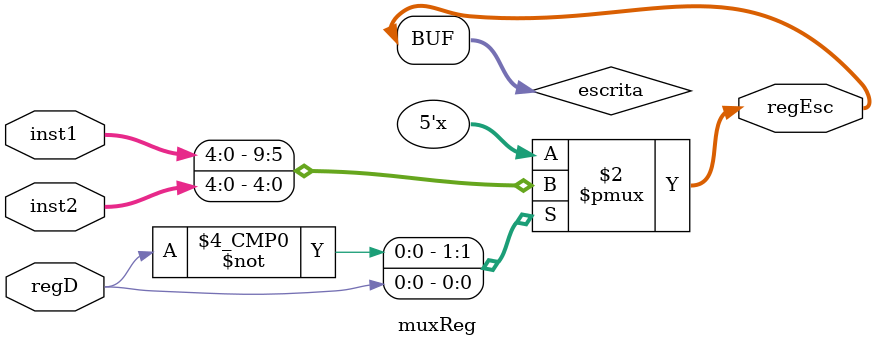
<source format=v>
module muxReg (input wire [4:0] inst1,
			   input wire [4:0] inst2,
				input wire regD,
				output wire [4:0] regEsc);
				
	reg [4:0] escrita;
	
	always @(regD or inst1 or inst2)
	begin
		case(regD)
			0: escrita <= inst1;
			1: escrita <= inst2;
			default: escrita <= 0;
		endcase
	end
	
	assign regEsc = escrita;
	
endmodule

//modulo q define se o terceiro registrador vai para o banco de registradores
</source>
